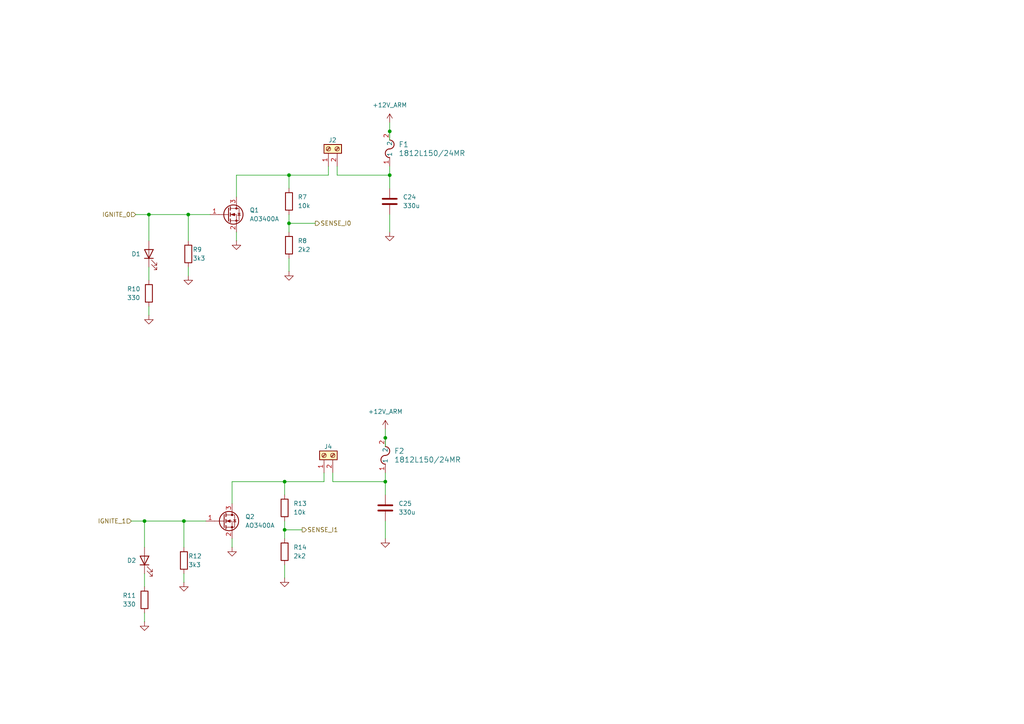
<source format=kicad_sch>
(kicad_sch (version 20250114) (generator "eeschema") (generator_version "9.0")
  (paper "A4")
  (lib_symbols
    (symbol "1812L150_24MR:1812L150_24MR" (pin_names (offset 0.254))
      (property "Reference" "F" (at 5.08 3.175 0))
      (property "Value" "1812L150/24MR" (at 5.08 -3.175 0))
      (symbol "1812L150_24MR_1_1"
        (arc (start 2.54 0) (mid 3.81 1.2645) (end 5.08 0) (stroke (width 0.254)))
        (arc (start 7.62 0) (mid 6.35 -1.2645) (end 5.08 0) (stroke (width 0.254)))
        (pin unspecified line (at 0 0 0) (length 2.54) (name "1") (number "1"))
        (pin unspecified line (at 10.16 0 180) (length 2.54) (name "2") (number "2"))
      )
      (symbol "1812L150_24MR_1_2"
        (arc (start 0 7.62) (mid 1.2645 6.35) (end 0 5.08) (stroke (width 0.254)))
        (arc (start 0 2.54) (mid -1.2645 3.81) (end 0 5.08) (stroke (width 0.254)))
        (pin unspecified line (at 0 10.16 270) (length 2.54) (name "2") (number "2"))
        (pin unspecified line (at 0 0 90) (length 2.54) (name "1") (number "1"))
      )
    )
    (symbol "Connector:Screw_Terminal_01x02" (pin_names (offset 1.016) (hide yes))
      (property "Reference" "J" (at 0 2.54 0))
      (property "Value" "Screw_Terminal_01x02" (at 0 -5.08 0))
      (symbol "Screw_Terminal_01x02_1_1"
        (rectangle (start -1.27 1.27) (end 1.27 -3.81) (stroke (width 0.254)) (fill (type background)))
        (polyline (pts (xy -0.5334 0.3302) (xy 0.3302 -0.508)) (stroke (width 0.1524)))
        (polyline (pts (xy -0.5334 -2.2098) (xy 0.3302 -3.048)) (stroke (width 0.1524)))
        (polyline (pts (xy -0.3556 0.508) (xy 0.508 -0.3302)) (stroke (width 0.1524)))
        (polyline (pts (xy -0.3556 -2.032) (xy 0.508 -2.8702)) (stroke (width 0.1524)))
        (circle (center 0 0) (radius 0.635) (stroke (width 0.1524)))
        (circle (center 0 -2.54) (radius 0.635) (stroke (width 0.1524)))
        (pin passive line (at -5.08 0 0) (length 3.81) (name "Pin_1") (number "1"))
        (pin passive line (at -5.08 -2.54 0) (length 3.81) (name "Pin_2") (number "2"))
      )
    )
    (symbol "Device:C" (pin_numbers (hide yes)) (pin_names (offset 0.254))
      (property "Reference" "C" (at 0.635 2.54 0))
      (property "Value" "C" (at 0.635 -2.54 0))
      (symbol "C_0_1"
        (polyline (pts (xy -2.032 0.762) (xy 2.032 0.762)) (stroke (width 0.508)))
        (polyline (pts (xy -2.032 -0.762) (xy 2.032 -0.762)) (stroke (width 0.508)))
      )
      (symbol "C_1_1"
        (pin passive line (at 0 3.81 270) (length 2.794) (name "~") (number "1"))
        (pin passive line (at 0 -3.81 90) (length 2.794) (name "~") (number "2"))
      )
    )
    (symbol "Device:LED" (pin_numbers (hide yes)) (pin_names (offset 1.016) (hide yes))
      (property "Reference" "D" (at 0 2.54 0))
      (property "Value" "LED" (at 0 -2.54 0))
      (symbol "LED_0_1"
        (polyline (pts (xy -3.048 -0.762) (xy -4.572 -2.286) (xy -3.81 -2.286) (xy -4.572 -2.286) (xy -4.572 -1.524)))
        (polyline (pts (xy -1.778 -0.762) (xy -3.302 -2.286) (xy -2.54 -2.286) (xy -3.302 -2.286) (xy -3.302 -1.524)))
        (polyline (pts (xy -1.27 0) (xy 1.27 0)))
        (polyline (pts (xy -1.27 -1.27) (xy -1.27 1.27)) (stroke (width 0.254)))
        (polyline (pts (xy 1.27 -1.27) (xy 1.27 1.27) (xy -1.27 0) (xy 1.27 -1.27)) (stroke (width 0.254)))
      )
      (symbol "LED_1_1"
        (pin passive line (at -3.81 0 0) (length 2.54) (name "K") (number "1"))
        (pin passive line (at 3.81 0 180) (length 2.54) (name "A") (number "2"))
      )
    )
    (symbol "Device:R" (pin_numbers (hide yes)) (pin_names (offset 0))
      (property "Reference" "R" (at 2.032 0 90))
      (property "Value" "R" (at 0 0 90))
      (symbol "R_0_1"
        (rectangle (start -1.016 -2.54) (end 1.016 2.54) (stroke (width 0.254)))
      )
      (symbol "R_1_1"
        (pin passive line (at 0 3.81 270) (length 1.27) (name "~") (number "1"))
        (pin passive line (at 0 -3.81 90) (length 1.27) (name "~") (number "2"))
      )
    )
    (symbol "Power:+12V_ARM" (power) (in_bom no) (on_board no)
      (property "Value" "+12V_ARM" (at 0 0 0))
      (symbol "+12V_ARM_0_1"
        (polyline (pts (xy 0 2.54) (xy -0.762 1.27)))
        (polyline (pts (xy 0 0) (xy 0 1.27) (xy 0 2.54) (xy 0.762 1.27)))
      )
      (symbol "+12V_ARM_1_1"
        (pin power_in line (at 0 0 0) (length 2.54) (hide yes) (name "+12V_ARM") (number ""))
      )
    )
    (symbol "Transistor_FET:AO3400A" (pin_names (offset 0) (hide yes))
      (property "Reference" "Q" (at 5.08 1.905 0))
      (property "Value" "AO3400A" (at 5.08 0 0))
      (symbol "AO3400A_0_1"
        (polyline (pts (xy 0.254 1.905) (xy 0.254 -1.905)) (stroke (width 0.254)))
        (polyline (pts (xy 0.254 0) (xy -2.54 0)))
        (polyline (pts (xy 0.762 2.286) (xy 0.762 1.27)) (stroke (width 0.254)))
        (polyline (pts (xy 0.762 0.508) (xy 0.762 -0.508)) (stroke (width 0.254)))
        (polyline (pts (xy 0.762 -1.27) (xy 0.762 -2.286)) (stroke (width 0.254)))
        (polyline (pts (xy 0.762 -1.778) (xy 3.302 -1.778) (xy 3.302 1.778) (xy 0.762 1.778)))
        (polyline (pts (xy 1.016 0) (xy 2.032 0.381) (xy 2.032 -0.381) (xy 1.016 0)) (fill (type outline)))
        (circle (center 1.651 0) (radius 2.794) (stroke (width 0.254)))
        (polyline (pts (xy 2.54 2.54) (xy 2.54 1.778)))
        (circle (center 2.54 1.778) (radius 0.254) (fill (type outline)))
        (circle (center 2.54 -1.778) (radius 0.254) (fill (type outline)))
        (polyline (pts (xy 2.54 -2.54) (xy 2.54 0) (xy 0.762 0)))
        (polyline (pts (xy 2.921 0.381) (xy 3.683 0.381)))
        (polyline (pts (xy 3.302 0.381) (xy 2.921 -0.254) (xy 3.683 -0.254) (xy 3.302 0.381)))
      )
      (symbol "AO3400A_1_1"
        (pin input line (at -5.08 0 0) (length 2.54) (name "G") (number "1"))
        (pin passive line (at 2.54 5.08 270) (length 2.54) (name "D") (number "3"))
        (pin passive line (at 2.54 -5.08 90) (length 2.54) (name "S") (number "2"))
      )
    )
    (symbol "power:GND" (power) (pin_numbers (hide yes)) (pin_names (offset 0) (hide yes))
      (property "Value" "GND" (at 0 -3.81 0))
      (symbol "GND_0_1"
        (polyline (pts (xy 0 0) (xy 0 -1.27) (xy 1.27 -1.27) (xy 0 -2.54) (xy -1.27 -1.27) (xy 0 -1.27)))
      )
      (symbol "GND_1_1"
        (pin power_in line (at 0 0 270) (length 0) (name "~") (number "1"))
      )
    )
  )
  (junction (at 113.03 50.8))
  (junction (at 83.82 64.77))
  (junction (at 111.76 127))
  (junction (at 82.55 153.67))
  (junction (at 43.18 62.23))
  (junction (at 113.03 38.1))
  (junction (at 53.34 151.13))
  (junction (at 54.61 62.23))
  (junction (at 111.76 139.7))
  (junction (at 41.91 151.13))
  (junction (at 83.82 50.8))
  (junction (at 82.55 139.7))
  (wire (pts (xy 83.82 74.93) (xy 83.82 78.74)))
  (wire (pts (xy 96.52 137.16) (xy 96.52 139.7)))
  (wire (pts (xy 82.55 153.67) (xy 87.63 153.67)))
  (wire (pts (xy 83.82 64.77) (xy 83.82 67.31)))
  (wire (pts (xy 111.76 137.16) (xy 111.76 139.7)))
  (wire (pts (xy 43.18 62.23) (xy 43.18 69.85)))
  (wire (pts (xy 83.82 64.77) (xy 91.44 64.77)))
  (wire (pts (xy 83.82 62.23) (xy 83.82 64.77)))
  (wire (pts (xy 38.1 151.13) (xy 41.91 151.13)))
  (wire (pts (xy 83.82 54.61) (xy 83.82 50.8)))
  (wire (pts (xy 82.55 139.7) (xy 93.98 139.7)))
  (wire (pts (xy 41.91 177.8) (xy 41.91 180.34)))
  (wire (pts (xy 83.82 50.8) (xy 95.25 50.8)))
  (wire (pts (xy 113.03 62.23) (xy 113.03 67.31)))
  (wire (pts (xy 113.03 50.8) (xy 113.03 54.61)))
  (wire (pts (xy 68.58 57.15) (xy 68.58 50.8)))
  (wire (pts (xy 97.79 50.8) (xy 113.03 50.8)))
  (wire (pts (xy 68.58 50.8) (xy 83.82 50.8)))
  (wire (pts (xy 41.91 151.13) (xy 41.91 158.75)))
  (wire (pts (xy 111.76 124.46) (xy 111.76 127)))
  (wire (pts (xy 53.34 151.13) (xy 59.69 151.13)))
  (wire (pts (xy 82.55 163.83) (xy 82.55 167.64)))
  (wire (pts (xy 39.37 62.23) (xy 43.18 62.23)))
  (wire (pts (xy 95.25 50.8) (xy 95.25 48.26)))
  (wire (pts (xy 67.31 139.7) (xy 82.55 139.7)))
  (wire (pts (xy 96.52 139.7) (xy 111.76 139.7)))
  (wire (pts (xy 43.18 77.47) (xy 43.18 81.28)))
  (wire (pts (xy 113.03 35.56) (xy 113.03 38.1)))
  (wire (pts (xy 111.76 151.13) (xy 111.76 156.21)))
  (wire (pts (xy 97.79 48.26) (xy 97.79 50.8)))
  (wire (pts (xy 82.55 153.67) (xy 82.55 156.21)))
  (wire (pts (xy 93.98 139.7) (xy 93.98 137.16)))
  (wire (pts (xy 43.18 88.9) (xy 43.18 91.44)))
  (wire (pts (xy 54.61 77.47) (xy 54.61 80.01)))
  (wire (pts (xy 113.03 48.26) (xy 113.03 50.8)))
  (wire (pts (xy 43.18 62.23) (xy 54.61 62.23)))
  (wire (pts (xy 41.91 166.37) (xy 41.91 170.18)))
  (wire (pts (xy 82.55 151.13) (xy 82.55 153.67)))
  (wire (pts (xy 111.76 127) (xy 111.76 129.54)))
  (wire (pts (xy 54.61 62.23) (xy 60.96 62.23)))
  (wire (pts (xy 68.58 67.31) (xy 68.58 69.85)))
  (wire (pts (xy 82.55 143.51) (xy 82.55 139.7)))
  (wire (pts (xy 111.76 139.7) (xy 111.76 143.51)))
  (wire (pts (xy 54.61 62.23) (xy 54.61 69.85)))
  (wire (pts (xy 41.91 151.13) (xy 53.34 151.13)))
  (wire (pts (xy 67.31 146.05) (xy 67.31 139.7)))
  (wire (pts (xy 53.34 166.37) (xy 53.34 168.91)))
  (wire (pts (xy 113.03 38.1) (xy 113.03 40.64)))
  (wire (pts (xy 67.31 156.21) (xy 67.31 158.75)))
  (wire (pts (xy 53.34 151.13) (xy 53.34 158.75)))
  (hierarchical_label "SENSE_I0" (shape output) (at 91.44 64.77 0))
  (hierarchical_label "SENSE_I1" (shape output) (at 87.63 153.67 0))
  (hierarchical_label "IGNITE_0" (shape input) (at 39.37 62.23 180))
  (hierarchical_label "IGNITE_1" (shape input) (at 38.1 151.13 180))
  (symbol (lib_id "Transistor_FET:AO3400A") (at 66.04 62.23 0) (unit 1)
    (property "Reference" "Q1" (at 72.39 60.9599 0) (effects (justify left)))
    (property "Value" "AO3400A" (at 72.39 63.4999 0) (effects (justify left)))
    (property "Footprint" "Package_TO_SOT_SMD:SOT-23" (effects (hide yes)))
    (property "Datasheet" "http://www.aosmd.com/pdfs/datasheet/AO3400A.pdf" (effects (hide yes)))
    (property "Description" "30V Vds, 5.7A Id, N-Channel MOSFET, SOT-23" (effects (hide yes)))
  )
  (symbol (lib_id "Device:R") (at 82.55 160.02 0) (unit 1)
    (property "Reference" "R14" (at 85.09 158.7499 0) (effects (justify left)))
    (property "Value" "2k2" (at 85.09 161.2899 0) (effects (justify left)))
    (property "Description" "Resistor" (effects (hide yes)))
  )
  (symbol (lib_id "power:GND") (at 83.82 78.74 0) (unit 1)
    (property "Reference" "#PWR030" (effects (hide yes)))
    (property "Value" "GND" (effects (hide yes)))
    (property "Description" "Power symbol creates a global label with name \"GND\" , ground" (effects (hide yes)))
  )
  (symbol (lib_id "power:GND") (at 67.31 158.75 0) (unit 1)
    (property "Reference" "#PWR040" (effects (hide yes)))
    (property "Value" "GND" (effects (hide yes)))
    (property "Description" "Power symbol creates a global label with name \"GND\" , ground" (effects (hide yes)))
  )
  (symbol (lib_id "Device:C") (at 113.03 58.42 0) (unit 1)
    (property "Reference" "C24" (at 116.84 57.1499 0) (effects (justify left)))
    (property "Value" "330u" (at 116.84 59.6899 0) (effects (justify left)))
    (property "Description" "Unpolarized capacitor" (effects (hide yes)))
  )
  (symbol (lib_id "1812L150_24MR:1812L150_24MR") (at 111.76 137.16 90) (unit 1)
    (property "Reference" "F2" (at 114.3 130.8099 90) (effects (font (size 1.524 1.524)) (justify right)))
    (property "Value" "1812L150/24MR" (at 114.3 133.3499 90) (effects (font (size 1.524 1.524)) (justify right)))
    (property "Footprint" "FUSE_1812L150/24_LTF" (effects (hide yes)))
    (property "Datasheet" "1812L150/24MR" (effects (hide yes)))
  )
  (symbol (lib_id "1812L150_24MR:1812L150_24MR") (at 113.03 48.26 90) (unit 1)
    (property "Reference" "F1" (at 115.57 41.9099 90) (effects (font (size 1.524 1.524)) (justify right)))
    (property "Value" "1812L150/24MR" (at 115.57 44.4499 90) (effects (font (size 1.524 1.524)) (justify right)))
    (property "Footprint" "FUSE_1812L150/24_LTF" (effects (hide yes)))
    (property "Datasheet" "1812L150/24MR" (effects (hide yes)))
  )
  (symbol (lib_id "power:GND") (at 54.61 80.01 0) (unit 1)
    (property "Reference" "#PWR033" (effects (hide yes)))
    (property "Value" "GND" (effects (hide yes)))
    (property "Description" "Power symbol creates a global label with name \"GND\" , ground" (effects (hide yes)))
  )
  (symbol (lib_id "Device:R") (at 53.34 162.56 0) (unit 1)
    (property "Reference" "R12" (at 54.61 161.29 0) (effects (justify left)))
    (property "Value" "3k3" (at 54.61 163.83 0) (effects (justify left)))
    (property "Description" "Resistor" (effects (hide yes)))
  )
  (symbol (lib_id "Device:R") (at 41.91 173.99 0) (unit 1)
    (property "Reference" "R11" (at 35.56 172.72 0) (effects (justify left)))
    (property "Value" "330" (at 35.56 175.26 0) (effects (justify left)))
    (property "Description" "Resistor" (effects (hide yes)))
  )
  (symbol (lib_id "power:GND") (at 68.58 69.85 0) (unit 1)
    (property "Reference" "#PWR036" (effects (hide yes)))
    (property "Value" "GND" (effects (hide yes)))
    (property "Description" "Power symbol creates a global label with name \"GND\" , ground" (effects (hide yes)))
  )
  (symbol (lib_id "Power:+12V_ARM") (at 111.76 124.46 0) (unit 1) (in_bom no) (on_board no)
    (property "Reference" "#PWR042" (effects (hide yes)))
    (property "Value" "+12V_ARM" (at 111.76 119.38 0))
    (property "Description" "For ARMING ematches." (effects (hide yes)))
  )
  (symbol (lib_id "power:GND") (at 41.91 180.34 0) (unit 1)
    (property "Reference" "#PWR037" (effects (hide yes)))
    (property "Value" "GND" (effects (hide yes)))
    (property "Description" "Power symbol creates a global label with name \"GND\" , ground" (effects (hide yes)))
  )
  (symbol (lib_id "Device:C") (at 111.76 147.32 0) (unit 1)
    (property "Reference" "C25" (at 115.57 146.0499 0) (effects (justify left)))
    (property "Value" "330u" (at 115.57 148.5899 0) (effects (justify left)))
    (property "Description" "Unpolarized capacitor" (effects (hide yes)))
  )
  (symbol (lib_id "Power:+12V_ARM") (at 113.03 35.56 0) (unit 1) (in_bom no) (on_board no)
    (property "Reference" "#PWR024" (effects (hide yes)))
    (property "Value" "+12V_ARM" (at 113.03 30.48 0))
    (property "Description" "For ARMING ematches." (effects (hide yes)))
  )
  (symbol (lib_id "Device:R") (at 54.61 73.66 0) (unit 1)
    (property "Reference" "R9" (at 55.88 72.39 0) (effects (justify left)))
    (property "Value" "3k3" (at 55.88 74.93 0) (effects (justify left)))
    (property "Description" "Resistor" (effects (hide yes)))
  )
  (symbol (lib_id "power:GND") (at 53.34 168.91 0) (unit 1)
    (property "Reference" "#PWR039" (effects (hide yes)))
    (property "Value" "GND" (effects (hide yes)))
    (property "Description" "Power symbol creates a global label with name \"GND\" , ground" (effects (hide yes)))
  )
  (symbol (lib_id "Connector:Screw_Terminal_01x02") (at 95.25 43.18 90) (unit 1)
    (property "Reference" "J2" (at 95.25 40.64 90) (effects (justify right)))
    (property "Value" "Screw_Terminal_01x02" (effects (hide yes)))
    (property "Description" "Generic screw terminal, single row, 01x02, script generated (kicad-library-utils/schlib/autogen/connector/)" (effects (hide yes)))
  )
  (symbol (lib_id "power:GND") (at 113.03 67.31 0) (unit 1)
    (property "Reference" "#PWR025" (effects (hide yes)))
    (property "Value" "GND" (effects (hide yes)))
    (property "Description" "Power symbol creates a global label with name \"GND\" , ground" (effects (hide yes)))
  )
  (symbol (lib_id "power:GND") (at 43.18 91.44 0) (unit 1)
    (property "Reference" "#PWR035" (effects (hide yes)))
    (property "Value" "GND" (effects (hide yes)))
    (property "Description" "Power symbol creates a global label with name \"GND\" , ground" (effects (hide yes)))
  )
  (symbol (lib_id "power:GND") (at 82.55 167.64 0) (unit 1)
    (property "Reference" "#PWR041" (effects (hide yes)))
    (property "Value" "GND" (effects (hide yes)))
    (property "Description" "Power symbol creates a global label with name \"GND\" , ground" (effects (hide yes)))
  )
  (symbol (lib_id "Device:LED") (at 43.18 73.66 90) (unit 1)
    (property "Reference" "D1" (at 38.1 73.66 90) (effects (justify right)))
    (property "Value" "LED" (effects (hide yes)))
    (property "Description" "Light emitting diode" (effects (hide yes)))
    (property "Sim.Pins" "1=K 2=A" (effects (hide yes)))
  )
  (symbol (lib_id "Device:R") (at 83.82 58.42 0) (unit 1)
    (property "Reference" "R7" (at 86.36 57.1499 0) (effects (justify left)))
    (property "Value" "10k" (at 86.36 59.6899 0) (effects (justify left)))
    (property "Description" "Resistor" (effects (hide yes)))
  )
  (symbol (lib_id "Device:R") (at 82.55 147.32 0) (unit 1)
    (property "Reference" "R13" (at 85.09 146.0499 0) (effects (justify left)))
    (property "Value" "10k" (at 85.09 148.5899 0) (effects (justify left)))
    (property "Description" "Resistor" (effects (hide yes)))
  )
  (symbol (lib_id "Connector:Screw_Terminal_01x02") (at 93.98 132.08 90) (unit 1)
    (property "Reference" "J4" (at 93.98 129.54 90) (effects (justify right)))
    (property "Value" "Screw_Terminal_01x02" (effects (hide yes)))
    (property "Description" "Generic screw terminal, single row, 01x02, script generated (kicad-library-utils/schlib/autogen/connector/)" (effects (hide yes)))
  )
  (symbol (lib_id "Device:R") (at 83.82 71.12 0) (unit 1)
    (property "Reference" "R8" (at 86.36 69.8499 0) (effects (justify left)))
    (property "Value" "2k2" (at 86.36 72.3899 0) (effects (justify left)))
    (property "Description" "Resistor" (effects (hide yes)))
  )
  (symbol (lib_id "power:GND") (at 111.76 156.21 0) (unit 1)
    (property "Reference" "#PWR043" (effects (hide yes)))
    (property "Value" "GND" (effects (hide yes)))
    (property "Description" "Power symbol creates a global label with name \"GND\" , ground" (effects (hide yes)))
  )
  (symbol (lib_id "Transistor_FET:AO3400A") (at 64.77 151.13 0) (unit 1)
    (property "Reference" "Q2" (at 71.12 149.8599 0) (effects (justify left)))
    (property "Value" "AO3400A" (at 71.12 152.3999 0) (effects (justify left)))
    (property "Footprint" "Package_TO_SOT_SMD:SOT-23" (effects (hide yes)))
    (property "Datasheet" "http://www.aosmd.com/pdfs/datasheet/AO3400A.pdf" (effects (hide yes)))
    (property "Description" "30V Vds, 5.7A Id, N-Channel MOSFET, SOT-23" (effects (hide yes)))
  )
  (symbol (lib_id "Device:R") (at 43.18 85.09 0) (unit 1)
    (property "Reference" "R10" (at 36.83 83.82 0) (effects (justify left)))
    (property "Value" "330" (at 36.83 86.36 0) (effects (justify left)))
    (property "Description" "Resistor" (effects (hide yes)))
  )
  (symbol (lib_id "Device:LED") (at 41.91 162.56 90) (unit 1)
    (property "Reference" "D2" (at 36.83 162.56 90) (effects (justify right)))
    (property "Value" "LED" (effects (hide yes)))
    (property "Description" "Light emitting diode" (effects (hide yes)))
    (property "Sim.Pins" "1=K 2=A" (effects (hide yes)))
  )
)
</source>
